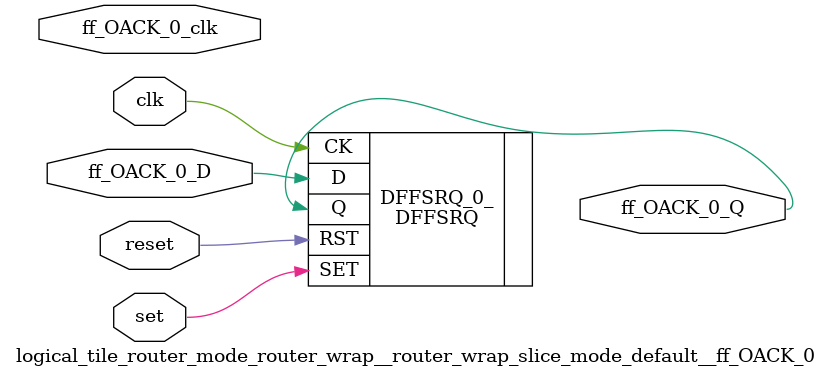
<source format=v>
`default_nettype none

module logical_tile_router_mode_router_wrap__router_wrap_slice_mode_default__ff_OACK_0(set,
                                                                                       reset,
                                                                                       clk,
                                                                                       ff_OACK_0_D,
                                                                                       ff_OACK_0_Q,
                                                                                       ff_OACK_0_clk);
//----- GLOBAL PORTS -----
input [0:0] set;
//----- GLOBAL PORTS -----
input [0:0] reset;
//----- GLOBAL PORTS -----
input [0:0] clk;
//----- INPUT PORTS -----
input [0:0] ff_OACK_0_D;
//----- OUTPUT PORTS -----
output [0:0] ff_OACK_0_Q;
//----- CLOCK PORTS -----
input [0:0] ff_OACK_0_clk;

//----- BEGIN wire-connection ports -----
wire [0:0] ff_OACK_0_D;
wire [0:0] ff_OACK_0_Q;
wire [0:0] ff_OACK_0_clk;
//----- END wire-connection ports -----


//----- BEGIN Registered ports -----
//----- END Registered ports -----



// ----- BEGIN Local short connections -----
// ----- END Local short connections -----
// ----- BEGIN Local output short connections -----
// ----- END Local output short connections -----

	DFFSRQ DFFSRQ_0_ (
		.SET(set),
		.RST(reset),
		.CK(clk),
		.D(ff_OACK_0_D),
		.Q(ff_OACK_0_Q));

endmodule
// ----- END Verilog module for logical_tile_router_mode_router_wrap__router_wrap_slice_mode_default__ff_OACK_0 -----

//----- Default net type -----
`default_nettype wire




</source>
